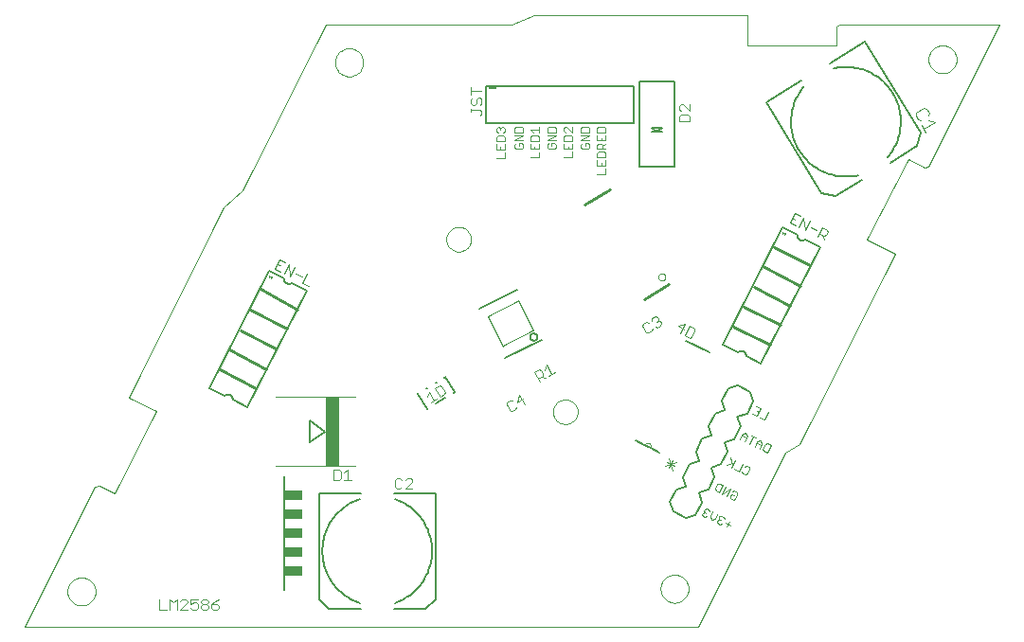
<source format=gto>
G75*
%MOIN*%
%OFA0B0*%
%FSLAX24Y24*%
%IPPOS*%
%LPD*%
%AMOC8*
5,1,8,0,0,1.08239X$1,22.5*
%
%ADD10C,0.0000*%
%ADD11C,0.0100*%
%ADD12C,0.0039*%
%ADD13C,0.0030*%
%ADD14C,0.0060*%
%ADD15C,0.0080*%
%ADD16C,0.0040*%
%ADD17R,0.0660X0.0380*%
%ADD18R,0.0492X0.2441*%
%ADD19C,0.0010*%
%ADD20C,0.0050*%
D10*
X001464Y000942D02*
X003925Y005873D01*
X004112Y005912D01*
X004642Y005647D01*
X006093Y008539D01*
X005142Y009018D01*
X008482Y015706D01*
X009141Y016296D01*
X012065Y022152D01*
X018610Y022152D01*
X019397Y022467D01*
X026907Y022467D01*
X026907Y021414D01*
X030047Y021414D01*
X030047Y022074D01*
X030145Y022152D01*
X035785Y022152D01*
X033275Y017133D01*
X033147Y017113D01*
X032557Y017408D01*
X031120Y014554D01*
X032097Y014066D01*
X028748Y007379D01*
X028236Y007064D01*
X025175Y000942D01*
X001464Y000942D01*
X002981Y002181D02*
X002983Y002225D01*
X002989Y002269D01*
X002999Y002312D01*
X003012Y002354D01*
X003030Y002394D01*
X003051Y002433D01*
X003075Y002470D01*
X003102Y002505D01*
X003133Y002537D01*
X003166Y002566D01*
X003202Y002592D01*
X003240Y002614D01*
X003280Y002633D01*
X003321Y002649D01*
X003364Y002661D01*
X003407Y002669D01*
X003451Y002673D01*
X003495Y002673D01*
X003539Y002669D01*
X003582Y002661D01*
X003625Y002649D01*
X003666Y002633D01*
X003706Y002614D01*
X003744Y002592D01*
X003780Y002566D01*
X003813Y002537D01*
X003844Y002505D01*
X003871Y002470D01*
X003895Y002433D01*
X003916Y002394D01*
X003934Y002354D01*
X003947Y002312D01*
X003957Y002269D01*
X003963Y002225D01*
X003965Y002181D01*
X003963Y002137D01*
X003957Y002093D01*
X003947Y002050D01*
X003934Y002008D01*
X003916Y001968D01*
X003895Y001929D01*
X003871Y001892D01*
X003844Y001857D01*
X003813Y001825D01*
X003780Y001796D01*
X003744Y001770D01*
X003706Y001748D01*
X003666Y001729D01*
X003625Y001713D01*
X003582Y001701D01*
X003539Y001693D01*
X003495Y001689D01*
X003451Y001689D01*
X003407Y001693D01*
X003364Y001701D01*
X003321Y001713D01*
X003280Y001729D01*
X003240Y001748D01*
X003202Y001770D01*
X003166Y001796D01*
X003133Y001825D01*
X003102Y001857D01*
X003075Y001892D01*
X003051Y001929D01*
X003030Y001968D01*
X003012Y002008D01*
X002999Y002050D01*
X002989Y002093D01*
X002983Y002137D01*
X002981Y002181D01*
X016313Y014581D02*
X016315Y014622D01*
X016321Y014663D01*
X016331Y014703D01*
X016344Y014742D01*
X016361Y014779D01*
X016382Y014815D01*
X016406Y014849D01*
X016433Y014880D01*
X016462Y014908D01*
X016495Y014934D01*
X016529Y014956D01*
X016566Y014975D01*
X016604Y014990D01*
X016644Y015002D01*
X016684Y015010D01*
X016725Y015014D01*
X016767Y015014D01*
X016808Y015010D01*
X016848Y015002D01*
X016888Y014990D01*
X016926Y014975D01*
X016962Y014956D01*
X016997Y014934D01*
X017030Y014908D01*
X017059Y014880D01*
X017086Y014849D01*
X017110Y014815D01*
X017131Y014779D01*
X017148Y014742D01*
X017161Y014703D01*
X017171Y014663D01*
X017177Y014622D01*
X017179Y014581D01*
X017177Y014540D01*
X017171Y014499D01*
X017161Y014459D01*
X017148Y014420D01*
X017131Y014383D01*
X017110Y014347D01*
X017086Y014313D01*
X017059Y014282D01*
X017030Y014254D01*
X016997Y014228D01*
X016963Y014206D01*
X016926Y014187D01*
X016888Y014172D01*
X016848Y014160D01*
X016808Y014152D01*
X016767Y014148D01*
X016725Y014148D01*
X016684Y014152D01*
X016644Y014160D01*
X016604Y014172D01*
X016566Y014187D01*
X016530Y014206D01*
X016495Y014228D01*
X016462Y014254D01*
X016433Y014282D01*
X016406Y014313D01*
X016382Y014347D01*
X016361Y014383D01*
X016344Y014420D01*
X016331Y014459D01*
X016321Y014499D01*
X016315Y014540D01*
X016313Y014581D01*
X020065Y008510D02*
X020067Y008551D01*
X020073Y008592D01*
X020083Y008632D01*
X020096Y008671D01*
X020113Y008708D01*
X020134Y008744D01*
X020158Y008778D01*
X020185Y008809D01*
X020214Y008837D01*
X020247Y008863D01*
X020281Y008885D01*
X020318Y008904D01*
X020356Y008919D01*
X020396Y008931D01*
X020436Y008939D01*
X020477Y008943D01*
X020519Y008943D01*
X020560Y008939D01*
X020600Y008931D01*
X020640Y008919D01*
X020678Y008904D01*
X020714Y008885D01*
X020749Y008863D01*
X020782Y008837D01*
X020811Y008809D01*
X020838Y008778D01*
X020862Y008744D01*
X020883Y008708D01*
X020900Y008671D01*
X020913Y008632D01*
X020923Y008592D01*
X020929Y008551D01*
X020931Y008510D01*
X020929Y008469D01*
X020923Y008428D01*
X020913Y008388D01*
X020900Y008349D01*
X020883Y008312D01*
X020862Y008276D01*
X020838Y008242D01*
X020811Y008211D01*
X020782Y008183D01*
X020749Y008157D01*
X020715Y008135D01*
X020678Y008116D01*
X020640Y008101D01*
X020600Y008089D01*
X020560Y008081D01*
X020519Y008077D01*
X020477Y008077D01*
X020436Y008081D01*
X020396Y008089D01*
X020356Y008101D01*
X020318Y008116D01*
X020282Y008135D01*
X020247Y008157D01*
X020214Y008183D01*
X020185Y008211D01*
X020158Y008242D01*
X020134Y008276D01*
X020113Y008312D01*
X020096Y008349D01*
X020083Y008388D01*
X020073Y008428D01*
X020067Y008469D01*
X020065Y008510D01*
X023282Y007346D02*
X023293Y007364D01*
X023307Y007379D01*
X023323Y007392D01*
X023341Y007402D01*
X023361Y007409D01*
X023382Y007412D01*
X023403Y007411D01*
X023423Y007407D01*
X023443Y007399D01*
X023461Y007388D01*
X023476Y007374D01*
X023489Y007358D01*
X023499Y007340D01*
X023506Y007320D01*
X023509Y007299D01*
X023508Y007278D01*
X023504Y007258D01*
X023496Y007238D01*
X023850Y002278D02*
X023852Y002322D01*
X023858Y002366D01*
X023868Y002409D01*
X023881Y002451D01*
X023899Y002491D01*
X023920Y002530D01*
X023944Y002567D01*
X023971Y002602D01*
X024002Y002634D01*
X024035Y002663D01*
X024071Y002689D01*
X024109Y002711D01*
X024149Y002730D01*
X024190Y002746D01*
X024233Y002758D01*
X024276Y002766D01*
X024320Y002770D01*
X024364Y002770D01*
X024408Y002766D01*
X024451Y002758D01*
X024494Y002746D01*
X024535Y002730D01*
X024575Y002711D01*
X024613Y002689D01*
X024649Y002663D01*
X024682Y002634D01*
X024713Y002602D01*
X024740Y002567D01*
X024764Y002530D01*
X024785Y002491D01*
X024803Y002451D01*
X024816Y002409D01*
X024826Y002366D01*
X024832Y002322D01*
X024834Y002278D01*
X024832Y002234D01*
X024826Y002190D01*
X024816Y002147D01*
X024803Y002105D01*
X024785Y002065D01*
X024764Y002026D01*
X024740Y001989D01*
X024713Y001954D01*
X024682Y001922D01*
X024649Y001893D01*
X024613Y001867D01*
X024575Y001845D01*
X024535Y001826D01*
X024494Y001810D01*
X024451Y001798D01*
X024408Y001790D01*
X024364Y001786D01*
X024320Y001786D01*
X024276Y001790D01*
X024233Y001798D01*
X024190Y001810D01*
X024149Y001826D01*
X024109Y001845D01*
X024071Y001867D01*
X024035Y001893D01*
X024002Y001922D01*
X023971Y001954D01*
X023944Y001989D01*
X023920Y002026D01*
X023899Y002065D01*
X023881Y002105D01*
X023868Y002147D01*
X023858Y002190D01*
X023852Y002234D01*
X023850Y002278D01*
X012400Y020808D02*
X012402Y020852D01*
X012408Y020896D01*
X012418Y020939D01*
X012431Y020981D01*
X012449Y021021D01*
X012470Y021060D01*
X012494Y021097D01*
X012521Y021132D01*
X012552Y021164D01*
X012585Y021193D01*
X012621Y021219D01*
X012659Y021241D01*
X012699Y021260D01*
X012740Y021276D01*
X012783Y021288D01*
X012826Y021296D01*
X012870Y021300D01*
X012914Y021300D01*
X012958Y021296D01*
X013001Y021288D01*
X013044Y021276D01*
X013085Y021260D01*
X013125Y021241D01*
X013163Y021219D01*
X013199Y021193D01*
X013232Y021164D01*
X013263Y021132D01*
X013290Y021097D01*
X013314Y021060D01*
X013335Y021021D01*
X013353Y020981D01*
X013366Y020939D01*
X013376Y020896D01*
X013382Y020852D01*
X013384Y020808D01*
X013382Y020764D01*
X013376Y020720D01*
X013366Y020677D01*
X013353Y020635D01*
X013335Y020595D01*
X013314Y020556D01*
X013290Y020519D01*
X013263Y020484D01*
X013232Y020452D01*
X013199Y020423D01*
X013163Y020397D01*
X013125Y020375D01*
X013085Y020356D01*
X013044Y020340D01*
X013001Y020328D01*
X012958Y020320D01*
X012914Y020316D01*
X012870Y020316D01*
X012826Y020320D01*
X012783Y020328D01*
X012740Y020340D01*
X012699Y020356D01*
X012659Y020375D01*
X012621Y020397D01*
X012585Y020423D01*
X012552Y020452D01*
X012521Y020484D01*
X012494Y020519D01*
X012470Y020556D01*
X012449Y020595D01*
X012431Y020635D01*
X012418Y020677D01*
X012408Y020720D01*
X012402Y020764D01*
X012400Y020808D01*
X033280Y020913D02*
X033282Y020957D01*
X033288Y021001D01*
X033298Y021044D01*
X033311Y021086D01*
X033329Y021126D01*
X033350Y021165D01*
X033374Y021202D01*
X033401Y021237D01*
X033432Y021269D01*
X033465Y021298D01*
X033501Y021324D01*
X033539Y021346D01*
X033579Y021365D01*
X033620Y021381D01*
X033663Y021393D01*
X033706Y021401D01*
X033750Y021405D01*
X033794Y021405D01*
X033838Y021401D01*
X033881Y021393D01*
X033924Y021381D01*
X033965Y021365D01*
X034005Y021346D01*
X034043Y021324D01*
X034079Y021298D01*
X034112Y021269D01*
X034143Y021237D01*
X034170Y021202D01*
X034194Y021165D01*
X034215Y021126D01*
X034233Y021086D01*
X034246Y021044D01*
X034256Y021001D01*
X034262Y020957D01*
X034264Y020913D01*
X034262Y020869D01*
X034256Y020825D01*
X034246Y020782D01*
X034233Y020740D01*
X034215Y020700D01*
X034194Y020661D01*
X034170Y020624D01*
X034143Y020589D01*
X034112Y020557D01*
X034079Y020528D01*
X034043Y020502D01*
X034005Y020480D01*
X033965Y020461D01*
X033924Y020445D01*
X033881Y020433D01*
X033838Y020425D01*
X033794Y020421D01*
X033750Y020421D01*
X033706Y020425D01*
X033663Y020433D01*
X033620Y020445D01*
X033579Y020461D01*
X033539Y020480D01*
X033501Y020502D01*
X033465Y020528D01*
X033432Y020557D01*
X033401Y020589D01*
X033374Y020624D01*
X033350Y020661D01*
X033329Y020700D01*
X033311Y020740D01*
X033298Y020782D01*
X033288Y020825D01*
X033282Y020869D01*
X033280Y020913D01*
D11*
X029112Y013668D02*
X027852Y014298D01*
X027439Y013649D02*
X028777Y012940D01*
X028403Y012231D02*
X027143Y012901D01*
X026769Y012212D02*
X028069Y011582D01*
X027695Y010873D02*
X026395Y011503D01*
X024132Y013019D02*
X023266Y012467D01*
X021179Y015814D02*
X022084Y016326D01*
X011063Y012119D02*
X009764Y012827D01*
X009405Y012100D02*
X010704Y011431D01*
X010293Y010749D02*
X009073Y011379D01*
X008675Y010688D02*
X009974Y010019D01*
X009602Y009327D02*
X008342Y009997D01*
D12*
X017761Y011861D02*
X018297Y010809D01*
X018300Y010822D02*
X019352Y011358D01*
X019361Y011381D02*
X018825Y012433D01*
X018822Y012420D02*
X017769Y011884D01*
X023771Y013255D02*
X023773Y013277D01*
X023778Y013297D01*
X023788Y013317D01*
X023800Y013335D01*
X023815Y013350D01*
X023833Y013362D01*
X023853Y013372D01*
X023873Y013377D01*
X023895Y013379D01*
X023917Y013377D01*
X023937Y013372D01*
X023957Y013362D01*
X023975Y013350D01*
X023990Y013335D01*
X024002Y013317D01*
X024012Y013297D01*
X024017Y013277D01*
X024019Y013255D01*
X024017Y013233D01*
X024012Y013213D01*
X024002Y013193D01*
X023990Y013175D01*
X023975Y013160D01*
X023957Y013148D01*
X023937Y013138D01*
X023917Y013133D01*
X023895Y013131D01*
X023873Y013133D01*
X023853Y013138D01*
X023833Y013148D01*
X023815Y013160D01*
X023800Y013175D01*
X023788Y013193D01*
X023778Y013213D01*
X023773Y013233D01*
X023771Y013255D01*
D13*
X023659Y011865D02*
X023744Y011845D01*
X023776Y011792D01*
X023756Y011708D01*
X023841Y011687D01*
X023873Y011635D01*
X023853Y011550D01*
X023747Y011485D01*
X023662Y011506D01*
X023559Y011442D02*
X023539Y011357D01*
X023433Y011293D01*
X023348Y011313D01*
X023219Y011524D01*
X023240Y011609D01*
X023345Y011673D01*
X023430Y011653D01*
X023533Y011716D02*
X023554Y011801D01*
X023659Y011865D01*
X023756Y011708D02*
X023703Y011675D01*
X020124Y009903D02*
X019914Y009774D01*
X019810Y009710D02*
X019641Y009751D01*
X019693Y009783D02*
X019535Y009686D01*
X019600Y009581D02*
X019406Y009897D01*
X019564Y009994D01*
X019649Y009973D01*
X019714Y009868D01*
X019693Y009783D01*
X019785Y009984D02*
X019826Y010154D01*
X020019Y009838D01*
X018866Y009102D02*
X018805Y008847D01*
X019016Y008976D01*
X019060Y008786D02*
X018866Y009102D01*
X018637Y008889D02*
X018552Y008909D01*
X018447Y008845D01*
X018427Y008760D01*
X018556Y008549D01*
X018640Y008529D01*
X018746Y008593D01*
X018766Y008678D01*
X015118Y006106D02*
X015056Y006168D01*
X014932Y006168D01*
X014871Y006106D01*
X014749Y006106D02*
X014688Y006168D01*
X014564Y006168D01*
X014502Y006106D01*
X014502Y005859D01*
X014564Y005797D01*
X014688Y005797D01*
X014749Y005859D01*
X014871Y005797D02*
X015118Y006044D01*
X015118Y006106D01*
X015118Y005797D02*
X014871Y005797D01*
X012969Y006111D02*
X012722Y006111D01*
X012846Y006111D02*
X012846Y006481D01*
X012722Y006357D01*
X012601Y006419D02*
X012601Y006172D01*
X012539Y006111D01*
X012354Y006111D01*
X012354Y006481D01*
X012539Y006481D01*
X012601Y006419D01*
X008300Y001912D02*
X008177Y001850D01*
X008053Y001727D01*
X008239Y001727D01*
X008300Y001665D01*
X008300Y001603D01*
X008239Y001542D01*
X008115Y001542D01*
X008053Y001603D01*
X008053Y001727D01*
X007932Y001789D02*
X007870Y001727D01*
X007747Y001727D01*
X007685Y001789D01*
X007685Y001850D01*
X007747Y001912D01*
X007870Y001912D01*
X007932Y001850D01*
X007932Y001789D01*
X007870Y001727D02*
X007932Y001665D01*
X007932Y001603D01*
X007870Y001542D01*
X007747Y001542D01*
X007685Y001603D01*
X007685Y001665D01*
X007747Y001727D01*
X007564Y001727D02*
X007564Y001603D01*
X007502Y001542D01*
X007378Y001542D01*
X007317Y001603D01*
X007317Y001727D02*
X007440Y001789D01*
X007502Y001789D01*
X007564Y001727D01*
X007564Y001912D02*
X007317Y001912D01*
X007317Y001727D01*
X007195Y001789D02*
X007195Y001850D01*
X007134Y001912D01*
X007010Y001912D01*
X006948Y001850D01*
X006827Y001912D02*
X006704Y001789D01*
X006580Y001912D01*
X006580Y001542D01*
X006459Y001542D02*
X006212Y001542D01*
X006212Y001912D01*
X006827Y001912D02*
X006827Y001542D01*
X006948Y001542D02*
X007195Y001789D01*
X007195Y001542D02*
X006948Y001542D01*
X011471Y012932D02*
X011251Y013044D01*
X011419Y013374D01*
X011227Y013265D02*
X011007Y013377D01*
X010815Y013267D02*
X010983Y013597D01*
X010763Y013709D02*
X010815Y013267D01*
X010595Y013379D02*
X010763Y013709D01*
X010655Y013764D02*
X010435Y013876D01*
X010267Y013546D01*
X010487Y013434D01*
X010461Y013655D02*
X010351Y013711D01*
X017490Y018939D02*
X017552Y019001D01*
X017552Y019063D01*
X017490Y019125D01*
X017182Y019125D01*
X017182Y019186D02*
X017182Y019063D01*
X017244Y019308D02*
X017305Y019308D01*
X017367Y019369D01*
X017367Y019493D01*
X017429Y019555D01*
X017490Y019555D01*
X017552Y019493D01*
X017552Y019369D01*
X017490Y019308D01*
X017244Y019308D02*
X017182Y019369D01*
X017182Y019493D01*
X017244Y019555D01*
X017182Y019676D02*
X017182Y019923D01*
X017182Y019800D02*
X017552Y019800D01*
X018125Y018529D02*
X018174Y018529D01*
X018222Y018481D01*
X018271Y018529D01*
X018319Y018529D01*
X018367Y018481D01*
X018367Y018384D01*
X018319Y018335D01*
X018319Y018234D02*
X018125Y018234D01*
X018077Y018186D01*
X018077Y018041D01*
X018367Y018041D01*
X018367Y018186D01*
X018319Y018234D01*
X018125Y018335D02*
X018077Y018384D01*
X018077Y018481D01*
X018125Y018529D01*
X018222Y018481D02*
X018222Y018432D01*
X018719Y018497D02*
X018719Y018351D01*
X019009Y018351D01*
X019009Y018497D01*
X018961Y018545D01*
X018767Y018545D01*
X018719Y018497D01*
X018719Y018250D02*
X019009Y018250D01*
X018719Y018057D01*
X019009Y018057D01*
X018961Y017956D02*
X018864Y017956D01*
X018864Y017859D01*
X018961Y017956D02*
X019009Y017907D01*
X019009Y017811D01*
X018961Y017762D01*
X018767Y017762D01*
X018719Y017811D01*
X018719Y017907D01*
X018767Y017956D01*
X018367Y017940D02*
X018367Y017746D01*
X018077Y017746D01*
X018077Y017940D01*
X018222Y017843D02*
X018222Y017746D01*
X018367Y017645D02*
X018367Y017452D01*
X018077Y017452D01*
X019275Y017459D02*
X019565Y017459D01*
X019565Y017653D01*
X019565Y017754D02*
X019565Y017947D01*
X019565Y018048D02*
X019565Y018194D01*
X019517Y018242D01*
X019324Y018242D01*
X019275Y018194D01*
X019275Y018048D01*
X019565Y018048D01*
X019420Y017850D02*
X019420Y017754D01*
X019275Y017754D02*
X019565Y017754D01*
X019275Y017754D02*
X019275Y017947D01*
X019372Y018343D02*
X019275Y018440D01*
X019565Y018440D01*
X019565Y018343D02*
X019565Y018537D01*
X019871Y018496D02*
X019871Y018351D01*
X020161Y018351D01*
X020161Y018496D01*
X020113Y018544D01*
X019919Y018544D01*
X019871Y018496D01*
X019871Y018250D02*
X020161Y018250D01*
X019871Y018056D01*
X020161Y018056D01*
X020113Y017955D02*
X020016Y017955D01*
X020016Y017858D01*
X019919Y017762D02*
X019871Y017810D01*
X019871Y017907D01*
X019919Y017955D01*
X019919Y017762D02*
X020113Y017762D01*
X020161Y017810D01*
X020161Y017907D01*
X020113Y017955D01*
X020451Y017949D02*
X020451Y017755D01*
X020741Y017755D01*
X020741Y017949D01*
X020741Y018050D02*
X020741Y018195D01*
X020693Y018243D01*
X020499Y018243D01*
X020451Y018195D01*
X020451Y018050D01*
X020741Y018050D01*
X020596Y017852D02*
X020596Y017755D01*
X020741Y017654D02*
X020741Y017460D01*
X020451Y017460D01*
X021051Y017810D02*
X021099Y017762D01*
X021293Y017762D01*
X021341Y017810D01*
X021341Y017907D01*
X021293Y017955D01*
X021196Y017955D01*
X021196Y017858D01*
X021099Y017955D02*
X021051Y017907D01*
X021051Y017810D01*
X021051Y018056D02*
X021341Y018250D01*
X021051Y018250D01*
X021051Y018351D02*
X021051Y018496D01*
X021099Y018544D01*
X021293Y018544D01*
X021341Y018496D01*
X021341Y018351D01*
X021051Y018351D01*
X021051Y018056D02*
X021341Y018056D01*
X021616Y018054D02*
X021907Y018054D01*
X021907Y018247D01*
X021907Y018348D02*
X021907Y018494D01*
X021858Y018542D01*
X021665Y018542D01*
X021616Y018494D01*
X021616Y018348D01*
X021907Y018348D01*
X021762Y018151D02*
X021762Y018054D01*
X021762Y017953D02*
X021810Y017904D01*
X021810Y017759D01*
X021907Y017759D02*
X021616Y017759D01*
X021616Y017904D01*
X021665Y017953D01*
X021762Y017953D01*
X021810Y017856D02*
X021907Y017953D01*
X021858Y017658D02*
X021665Y017658D01*
X021616Y017610D01*
X021616Y017465D01*
X021907Y017465D01*
X021907Y017610D01*
X021858Y017658D01*
X021907Y017363D02*
X021907Y017170D01*
X021616Y017170D01*
X021616Y017363D01*
X021762Y017267D02*
X021762Y017170D01*
X021907Y017069D02*
X021907Y016875D01*
X021616Y016875D01*
X021616Y018054D02*
X021616Y018247D01*
X020741Y018344D02*
X020548Y018538D01*
X020499Y018538D01*
X020451Y018490D01*
X020451Y018393D01*
X020499Y018344D01*
X020741Y018344D02*
X020741Y018538D01*
X024508Y018723D02*
X024508Y018908D01*
X024570Y018969D01*
X024816Y018969D01*
X024878Y018908D01*
X024878Y018723D01*
X024508Y018723D01*
X024570Y019091D02*
X024508Y019153D01*
X024508Y019276D01*
X024570Y019338D01*
X024631Y019338D01*
X024878Y019091D01*
X024878Y019338D01*
X028561Y015501D02*
X028393Y015171D01*
X028613Y015059D01*
X028721Y015004D02*
X028889Y015334D01*
X028941Y014892D01*
X029109Y015221D01*
X029134Y015001D02*
X029353Y014889D01*
X029434Y014779D02*
X029599Y014695D01*
X029682Y014722D01*
X029738Y014832D01*
X029711Y014915D01*
X029546Y014999D01*
X029378Y014669D01*
X029544Y014723D02*
X029598Y014557D01*
X028587Y015280D02*
X028477Y015336D01*
X028561Y015501D02*
X028781Y015389D01*
X027208Y008708D02*
X027381Y008622D01*
X027252Y008362D01*
X027079Y008448D01*
X027230Y008535D02*
X027317Y008492D01*
X027343Y008317D02*
X027516Y008231D01*
X027645Y008491D01*
X027200Y007588D02*
X027027Y007674D01*
X027114Y007631D02*
X026985Y007371D01*
X027162Y007283D02*
X027248Y007456D01*
X027378Y007500D01*
X027421Y007370D01*
X027335Y007197D01*
X027447Y007195D02*
X027469Y007130D01*
X027599Y007066D01*
X027728Y007326D01*
X027598Y007390D01*
X027534Y007368D01*
X027447Y007195D01*
X027400Y007327D02*
X027227Y007413D01*
X026872Y007589D02*
X026699Y007675D01*
X026720Y007718D02*
X026634Y007545D01*
X026720Y007718D02*
X026850Y007762D01*
X026894Y007632D01*
X026808Y007459D01*
X026298Y006891D02*
X026385Y006631D01*
X026363Y006696D02*
X026169Y006631D01*
X026342Y006545D02*
X026471Y006805D01*
X026735Y006674D02*
X026606Y006414D01*
X026433Y006500D01*
X026718Y006412D02*
X026740Y006347D01*
X026827Y006304D01*
X026892Y006326D01*
X026978Y006499D01*
X026956Y006564D01*
X026869Y006607D01*
X026804Y006585D01*
X026049Y005921D02*
X025919Y005985D01*
X025854Y005964D01*
X025768Y005790D01*
X025790Y005725D01*
X025920Y005661D01*
X026049Y005921D01*
X026140Y005876D02*
X026010Y005616D01*
X026313Y005790D01*
X026184Y005530D01*
X026296Y005528D02*
X026339Y005615D01*
X026426Y005572D01*
X026555Y005616D02*
X026469Y005442D01*
X026404Y005420D01*
X026318Y005463D01*
X026296Y005528D01*
X026382Y005702D02*
X026447Y005723D01*
X026533Y005680D01*
X026555Y005616D01*
X025678Y004995D02*
X025592Y004822D01*
X025636Y004692D01*
X025765Y004736D01*
X025851Y004909D01*
X025920Y004821D02*
X025899Y004778D01*
X025921Y004713D01*
X025856Y004691D01*
X025834Y004648D01*
X025856Y004583D01*
X025943Y004540D01*
X026008Y004562D01*
X025964Y004691D02*
X025921Y004713D01*
X025920Y004821D02*
X025985Y004843D01*
X026072Y004800D01*
X026094Y004735D01*
X026141Y004603D02*
X026315Y004517D01*
X026185Y004474D02*
X026271Y004647D01*
X025566Y004997D02*
X025544Y005062D01*
X025457Y005105D01*
X025393Y005083D01*
X025371Y005040D01*
X025393Y004975D01*
X025328Y004953D01*
X025307Y004910D01*
X025328Y004845D01*
X025415Y004802D01*
X025480Y004824D01*
X025436Y004953D02*
X025393Y004975D01*
X024271Y006451D02*
X024131Y006872D01*
X024061Y006731D02*
X024341Y006591D01*
X024412Y006731D02*
X023991Y006591D01*
X024131Y006521D02*
X024271Y006801D01*
D14*
X023801Y007086D02*
X023497Y007238D01*
X023282Y007345D01*
X022987Y007493D01*
X024751Y011016D02*
X025565Y010609D01*
X019683Y011049D02*
X018363Y010388D01*
X019256Y011141D02*
X019258Y011163D01*
X019264Y011185D01*
X019273Y011205D01*
X019286Y011223D01*
X019302Y011239D01*
X019320Y011252D01*
X019340Y011261D01*
X019362Y011267D01*
X019384Y011269D01*
X019406Y011267D01*
X019428Y011261D01*
X019448Y011252D01*
X019466Y011239D01*
X019482Y011223D01*
X019495Y011205D01*
X019504Y011185D01*
X019510Y011163D01*
X019512Y011141D01*
X019510Y011119D01*
X019504Y011097D01*
X019495Y011077D01*
X019482Y011059D01*
X019466Y011043D01*
X019448Y011030D01*
X019428Y011021D01*
X019406Y011015D01*
X019384Y011013D01*
X019362Y011015D01*
X019340Y011021D01*
X019320Y011030D01*
X019302Y011043D01*
X019286Y011059D01*
X019273Y011077D01*
X019264Y011097D01*
X019258Y011119D01*
X019256Y011141D01*
X018802Y012809D02*
X017482Y012148D01*
X016258Y009731D02*
X016226Y009712D01*
X016258Y009731D02*
X016591Y009188D01*
X016560Y009168D01*
X016289Y009002D02*
X015938Y008788D01*
X015668Y008622D02*
X015636Y008603D01*
X015303Y009146D01*
X015335Y009166D01*
X015605Y009331D02*
X015637Y009351D01*
X015924Y009527D02*
X015956Y009546D01*
D15*
X012040Y007818D02*
X011500Y008212D01*
X011500Y007424D01*
X012040Y007818D01*
X010608Y006250D02*
X010608Y002239D01*
X011834Y001913D02*
X012188Y001559D01*
X013291Y001559D01*
X014472Y001559D02*
X015574Y001559D01*
X015929Y001913D01*
X015929Y005653D01*
X014472Y005653D01*
X013291Y005653D02*
X011834Y005653D01*
X011834Y001913D01*
X014491Y001775D02*
X014572Y001804D01*
X014652Y001837D01*
X014730Y001873D01*
X014807Y001912D01*
X014881Y001955D01*
X014954Y002002D01*
X015024Y002051D01*
X015092Y002104D01*
X015158Y002159D01*
X015222Y002218D01*
X015282Y002279D01*
X015340Y002342D01*
X015395Y002409D01*
X015447Y002478D01*
X015495Y002548D01*
X015541Y002621D01*
X015583Y002697D01*
X015622Y002773D01*
X015658Y002852D01*
X015689Y002932D01*
X015718Y003013D01*
X015742Y003096D01*
X015763Y003179D01*
X015780Y003263D01*
X015794Y003348D01*
X015803Y003434D01*
X015809Y003520D01*
X015811Y003606D01*
X015809Y003692D01*
X015803Y003778D01*
X015794Y003864D01*
X015780Y003949D01*
X015763Y004033D01*
X015742Y004116D01*
X015718Y004199D01*
X015689Y004280D01*
X015658Y004360D01*
X015622Y004439D01*
X015583Y004515D01*
X015541Y004591D01*
X015495Y004664D01*
X015447Y004734D01*
X015395Y004803D01*
X015340Y004870D01*
X015282Y004933D01*
X015222Y004994D01*
X015158Y005053D01*
X015092Y005108D01*
X015024Y005161D01*
X014954Y005210D01*
X014881Y005257D01*
X014807Y005300D01*
X014730Y005339D01*
X014652Y005375D01*
X014572Y005408D01*
X014491Y005437D01*
X013271Y005437D02*
X013190Y005408D01*
X013110Y005375D01*
X013032Y005339D01*
X012955Y005300D01*
X012881Y005257D01*
X012808Y005210D01*
X012738Y005161D01*
X012670Y005108D01*
X012604Y005053D01*
X012540Y004994D01*
X012480Y004933D01*
X012422Y004870D01*
X012367Y004803D01*
X012315Y004734D01*
X012267Y004664D01*
X012221Y004591D01*
X012179Y004515D01*
X012140Y004439D01*
X012104Y004360D01*
X012073Y004280D01*
X012044Y004199D01*
X012020Y004116D01*
X011999Y004033D01*
X011982Y003949D01*
X011968Y003864D01*
X011959Y003778D01*
X011953Y003692D01*
X011951Y003606D01*
X011953Y003520D01*
X011959Y003434D01*
X011968Y003348D01*
X011982Y003263D01*
X011999Y003179D01*
X012020Y003096D01*
X012044Y003013D01*
X012073Y002932D01*
X012104Y002852D01*
X012140Y002773D01*
X012179Y002697D01*
X012221Y002621D01*
X012267Y002548D01*
X012315Y002478D01*
X012367Y002409D01*
X012422Y002342D01*
X012480Y002279D01*
X012540Y002218D01*
X012604Y002159D01*
X012670Y002104D01*
X012738Y002051D01*
X012808Y002002D01*
X012881Y001955D01*
X012955Y001912D01*
X013032Y001873D01*
X013110Y001837D01*
X013190Y001804D01*
X013271Y001775D01*
X009321Y008672D02*
X011412Y012776D01*
X010886Y013044D01*
X010885Y013045D02*
X010865Y013032D01*
X010843Y013021D01*
X010819Y013014D01*
X010795Y013010D01*
X010771Y013009D01*
X010746Y013012D01*
X010723Y013018D01*
X010700Y013028D01*
X010679Y013041D01*
X010660Y013056D01*
X010643Y013074D01*
X010629Y013094D01*
X010618Y013116D01*
X010611Y013139D01*
X010606Y013163D01*
X010605Y013188D01*
X010605Y013187D02*
X010079Y013456D01*
X007988Y009351D01*
X008514Y009083D01*
X008534Y009096D01*
X008556Y009107D01*
X008580Y009114D01*
X008604Y009118D01*
X008628Y009119D01*
X008653Y009116D01*
X008676Y009110D01*
X008699Y009100D01*
X008720Y009087D01*
X008739Y009072D01*
X008756Y009054D01*
X008770Y009034D01*
X008781Y009012D01*
X008788Y008989D01*
X008793Y008965D01*
X008794Y008940D01*
X009321Y008672D01*
X017696Y018670D02*
X017696Y019970D01*
X022899Y019970D01*
X022899Y018670D01*
X017696Y018670D01*
X017853Y019891D02*
X018050Y019891D01*
X018050Y019950D01*
X017853Y019950D02*
X017853Y019891D01*
X027558Y019394D02*
X028800Y020155D01*
X029807Y020772D02*
X031049Y021533D01*
X033003Y018344D01*
X032886Y017857D01*
X031946Y017281D01*
X030939Y016664D02*
X029999Y016088D01*
X029512Y016205D01*
X027558Y019394D01*
X029937Y020598D02*
X030021Y020616D01*
X030106Y020629D01*
X030191Y020639D01*
X030277Y020646D01*
X030363Y020648D01*
X030449Y020646D01*
X030535Y020641D01*
X030621Y020632D01*
X030706Y020619D01*
X030791Y020602D01*
X030874Y020582D01*
X030957Y020558D01*
X031038Y020530D01*
X031118Y020498D01*
X031197Y020463D01*
X031274Y020425D01*
X031349Y020383D01*
X031422Y020338D01*
X031494Y020289D01*
X031563Y020238D01*
X031629Y020183D01*
X031693Y020126D01*
X031755Y020065D01*
X031813Y020002D01*
X031869Y019937D01*
X031922Y019869D01*
X031972Y019799D01*
X032019Y019726D01*
X032062Y019652D01*
X032102Y019576D01*
X032138Y019498D01*
X032171Y019418D01*
X032201Y019337D01*
X032227Y019255D01*
X032249Y019172D01*
X032267Y019088D01*
X032282Y019003D01*
X032293Y018918D01*
X032300Y018832D01*
X032303Y018746D01*
X032302Y018660D01*
X032298Y018574D01*
X032289Y018488D01*
X032277Y018403D01*
X032261Y018318D01*
X032241Y018235D01*
X032218Y018152D01*
X032191Y018070D01*
X032160Y017990D01*
X032126Y017911D01*
X032088Y017833D01*
X032047Y017758D01*
X032003Y017684D01*
X031955Y017612D01*
X031904Y017543D01*
X031850Y017476D01*
X030809Y016838D02*
X030725Y016820D01*
X030640Y016807D01*
X030555Y016797D01*
X030469Y016790D01*
X030383Y016788D01*
X030297Y016790D01*
X030211Y016795D01*
X030125Y016804D01*
X030040Y016817D01*
X029955Y016834D01*
X029872Y016854D01*
X029789Y016878D01*
X029708Y016906D01*
X029628Y016938D01*
X029549Y016973D01*
X029472Y017011D01*
X029397Y017053D01*
X029324Y017098D01*
X029252Y017147D01*
X029183Y017198D01*
X029117Y017253D01*
X029053Y017310D01*
X028991Y017371D01*
X028933Y017434D01*
X028877Y017499D01*
X028824Y017567D01*
X028774Y017637D01*
X028727Y017710D01*
X028684Y017784D01*
X028644Y017860D01*
X028608Y017938D01*
X028575Y018018D01*
X028545Y018099D01*
X028519Y018181D01*
X028497Y018264D01*
X028479Y018348D01*
X028464Y018433D01*
X028453Y018518D01*
X028446Y018604D01*
X028443Y018690D01*
X028444Y018776D01*
X028448Y018862D01*
X028457Y018948D01*
X028469Y019033D01*
X028485Y019118D01*
X028505Y019201D01*
X028528Y019284D01*
X028555Y019366D01*
X028586Y019446D01*
X028620Y019525D01*
X028658Y019603D01*
X028699Y019678D01*
X028743Y019752D01*
X028791Y019824D01*
X028842Y019893D01*
X028896Y019960D01*
X028144Y014990D02*
X028670Y014722D01*
X028671Y014697D01*
X028676Y014673D01*
X028683Y014650D01*
X028694Y014628D01*
X028708Y014608D01*
X028725Y014590D01*
X028744Y014575D01*
X028765Y014562D01*
X028788Y014552D01*
X028811Y014546D01*
X028836Y014543D01*
X028860Y014544D01*
X028884Y014548D01*
X028908Y014555D01*
X028930Y014566D01*
X028950Y014579D01*
X028951Y014579D02*
X029477Y014311D01*
X027386Y010207D01*
X026860Y010475D01*
X026859Y010475D02*
X026858Y010500D01*
X026853Y010524D01*
X026846Y010547D01*
X026835Y010569D01*
X026821Y010589D01*
X026804Y010607D01*
X026785Y010622D01*
X026764Y010635D01*
X026741Y010645D01*
X026718Y010651D01*
X026693Y010654D01*
X026669Y010653D01*
X026645Y010649D01*
X026621Y010642D01*
X026599Y010631D01*
X026579Y010618D01*
X026053Y010886D01*
X028144Y014990D01*
X026562Y009446D02*
X027008Y009219D01*
X027117Y008883D01*
X026890Y008437D01*
X026554Y008328D01*
X026663Y007992D01*
X026436Y007546D01*
X026100Y007437D01*
X026209Y007101D01*
X025982Y006655D01*
X025646Y006546D01*
X025755Y006210D01*
X025528Y005764D01*
X025192Y005655D01*
X025301Y005319D01*
X025074Y004873D01*
X024738Y004764D01*
X024293Y004991D01*
X024183Y005327D01*
X024410Y005773D01*
X024747Y005882D01*
X024637Y006218D01*
X024864Y006664D01*
X025201Y006773D01*
X025091Y007109D01*
X025318Y007555D01*
X025654Y007664D01*
X025545Y008000D01*
X025772Y008446D01*
X026108Y008555D01*
X025999Y008891D01*
X026226Y009337D01*
X026562Y009446D01*
D16*
X024947Y011145D02*
X025055Y011360D01*
X025028Y011440D01*
X024867Y011521D01*
X024706Y011199D01*
X024867Y011118D01*
X024947Y011145D01*
X024672Y011417D02*
X024457Y011525D01*
X024699Y011605D01*
X024537Y011283D01*
X016264Y009206D02*
X016139Y009410D01*
X016056Y009430D01*
X015902Y009336D01*
X016091Y009029D01*
X016244Y009123D01*
X016264Y009206D01*
X015981Y008962D02*
X015777Y008836D01*
X015879Y008899D02*
X015691Y009206D01*
X015651Y009041D01*
X013115Y009040D02*
X010312Y009040D01*
X010312Y006596D02*
X013115Y006596D01*
X032903Y018791D02*
X033009Y018765D01*
X032903Y018791D02*
X032823Y018921D01*
X032848Y019027D01*
X033110Y019187D01*
X033216Y019162D01*
X033296Y019031D01*
X033270Y018926D01*
X033285Y018755D02*
X033496Y018704D01*
X033104Y018463D01*
X033184Y018333D02*
X033023Y018594D01*
D17*
X010904Y005585D03*
X010904Y004915D03*
X010904Y004245D03*
X010904Y003575D03*
X010904Y002905D03*
D18*
X012294Y007818D03*
D19*
X010150Y013212D02*
X010184Y013278D01*
X010167Y013245D02*
X010069Y013295D01*
X010085Y013246D01*
X028134Y014830D02*
X028232Y014780D01*
X028249Y014812D02*
X028215Y014747D01*
X028150Y014780D02*
X028134Y014830D01*
D20*
X024352Y017146D02*
X024173Y017146D01*
X023092Y017146D01*
X023092Y020140D01*
X023173Y020140D01*
X024352Y020140D01*
X024352Y017146D01*
X024271Y017146D02*
X024173Y017146D01*
X023897Y018363D02*
X023547Y018363D01*
X023547Y018513D02*
X023722Y018363D01*
X023897Y018513D01*
X023547Y018513D01*
X023196Y020140D02*
X023173Y020140D01*
M02*

</source>
